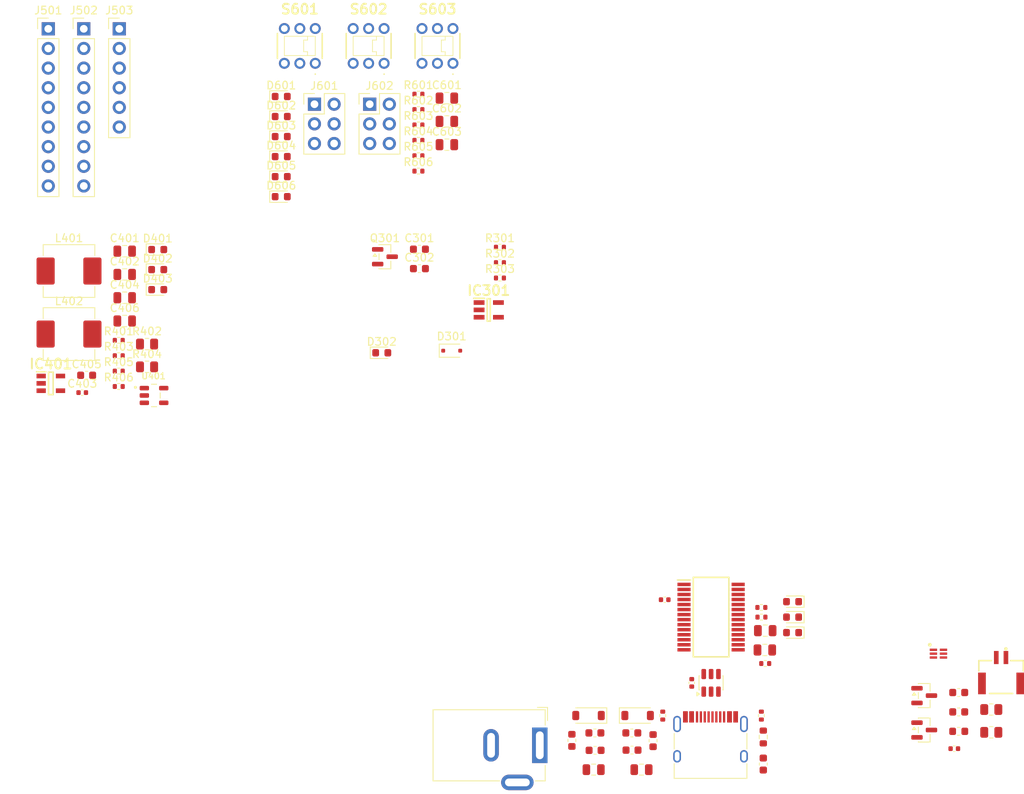
<source format=kicad_pcb>
(kicad_pcb (version 20241229) (generator "pcbnew") (generator_version "9.0")
  (layers (0 "F.Cu" signal) (2 "B.Cu" signal) (13 "F.Paste" user) (15 "B.Paste" user) (5 "F.SilkS" user "F.Silkscreen") (7 "B.SilkS" user "B.Silkscreen") (1 "F.Mask" user) (3 "B.Mask" user) (25 "Edge.Cuts" user))
  (net 0 "")
  (net 1 "+5V_IN_FUSE")
  (net 2 "GND")
  (net 3 "+5V_IN_FILT")
  (net 4 "+VCC_USB2UART_FUSE")
  (net 5 "+VCC_USB2UART_FILT")
  (net 6 "+5V_IN")
  (net 7 "VBAT")
  (net 8 "CELL+")
  (net 9 "CELL-")
  (net 10 "Net-(IC302-BAT)")
  (net 11 "+5V")
  (net 12 "+3V3")
  (net 13 "/[4]Buck Boost converter/BUCK_FB")
  (net 14 "+VIN_SWITCH")
  (net 15 "/[4]Buck Boost converter/BST_FB_5V")
  (net 16 "+3V3_FTDI")
  (net 17 "USB2UART_VBUS")
  (net 18 "GNDPWR")
  (net 19 "/[3] Battery/STAT")
  (net 20 "/[3] Battery/LED_STAT_A")
  (net 21 "/[4]Buck Boost converter/BST_SW_5V")
  (net 22 "Net-(D402-A)")
  (net 23 "Net-(D403-A)")
  (net 24 "Net-(D501-K)")
  (net 25 "Net-(D502-K)")
  (net 26 "Net-(D503-A)")
  (net 27 "Net-(D601-A)")
  (net 28 "Net-(D602-A)")
  (net 29 "Net-(R601-Pad2)")
  (net 30 "Net-(D603-A)")
  (net 31 "Net-(R602-Pad2)")
  (net 32 "Net-(D604-A)")
  (net 33 "Net-(R603-Pad2)")
  (net 34 "Net-(R604-Pad2)")
  (net 35 "+5V_BJ")
  (net 36 "/[3] Battery/PROG")
  (net 37 "Net-(IC302-V-)")
  (net 38 "Net-(IC302-COUT)")
  (net 40 "Net-(IC302-DOUT)")
  (net 41 "/[4]Buck Boost converter/BUCK_SW")
  (net 43 "/[5]USB 2 UART/RX_LED")
  (net 44 "/[5]USB 2 UART/USB2UART_D-")
  (net 45 "/[5]USB 2 UART/TEN")
  (net 46 "/[5]USB 2 UART/RXD")
  (net 47 "/[5]USB 2 UART/TX_LED")
  (net 48 "/[5]USB 2 UART/DSR")
  (net 49 "/[5]USB 2 UART/DCD")
  (net 50 "/[5]USB 2 UART/CTS")
  (net 51 "/[5]USB 2 UART/RTS")
  (net 52 "/[5]USB 2 UART/DTR")
  (net 53 "/[5]USB 2 UART/RI")
  (net 55 "/[5]USB 2 UART/TXD")
  (net 57 "/[5]USB 2 UART/PWREN")
  (net 58 "/[5]USB 2 UART/USB2UART_D+")
  (net 60 "/[5]USB 2 UART/SLEEP")
  (net 62 "VCC_FTDI")
  (net 63 "/[5]USB 2 UART/USB2UART_CONN_D-")
  (net 64 "/[5]USB 2 UART/USB2UART_CONN_CC2")
  (net 65 "/[5]USB 2 UART/USB2UART_CONN_D+")
  (net 66 "/[5]USB 2 UART/USB2UART_CONN_CC1")
  (net 67 "VCC_L")
  (net 68 "VCC_R")
  (net 69 "Net-(Q302-D)")
  (net 70 "Net-(D605-A)")
  (net 71 "Net-(D606-A)")
  (net 72 "Net-(R605-Pad2)")
  (net 73 "Net-(R606-Pad2)")
  (footprint "Capacitor_SMD:C_0805_2012Metric" (layer "F.Cu") (at 105.335 41.675)
    (property "Reference" "C602" (at 0 -1.68 0) (layer "F.SilkS"))
    (property "Value" "22uF")
    (pad "1" smd roundrect (at -0.95 0) (size 1 1.45) (layers "F.Cu" "F.Mask" "F.Paste") (net 68 "VCC_R"))
    (pad "2" smd roundrect (at 0.95 0) (size 1 1.45) (layers "F.Cu" "F.Mask" "F.Paste") (net 2 "GND"))
  )
  (footprint "Capacitor_SMD:C_0805_2012Metric" (layer "F.Cu") (at 63.675 61.465)
    (property "Reference" "C402" (at 0 -1.68 0) (layer "F.SilkS"))
    (property "Value" "22uF")
    (pad "1" smd roundrect (at -0.95 0) (size 1 1.45) (layers "F.Cu" "F.Mask" "F.Paste") (net 12 "+3V3"))
    (pad "2" smd roundrect (at 0.95 0) (size 1 1.45) (layers "F.Cu" "F.Mask" "F.Paste") (net 2 "GND"))
  )
  (footprint "Capacitor_SMD:C_0805_2012Metric" (layer "F.Cu") (at 63.675 67.485)
    (property "Reference" "C406" (at 0 -1.68 0) (layer "F.SilkS"))
    (property "Value" "22uF")
    (pad "1" smd roundrect (at -0.95 0) (size 1 1.45) (layers "F.Cu" "F.Mask" "F.Paste") (net 11 "+5V"))
    (pad "2" smd roundrect (at 0.95 0) (size 1 1.45) (layers "F.Cu" "F.Mask" "F.Paste") (net 2 "GND"))
  )
  (footprint "Connector_BarrelJack:BarrelJack_GCT_DCJ200-10-A_Horizontal" (layer "F.Cu") (at 117.35 122.35 -90)
    (property "Reference" "J201" (hide yes))
    (property "Value" "Barrel_Jack_Switch_Pin3Ring" (hide yes))
    (pad "1" thru_hole rect (at 0 0 270) (size 4.6 2) (drill oval 3.6 1) (layers "*.Cu" "*.Mask") (net 35 "+5V_BJ"))
    (pad "2" thru_hole oval (at 0 6.3 270) (size 4.2 2) (drill oval 3.2 1) (layers "*.Cu" "*.Mask") (net 2 "GND"))
    (pad "3" thru_hole oval (at 4.8 2.9 270) (size 2 4.2) (drill oval 1 3.2) (layers "*.Cu" "*.Mask") (net 2 "GND"))
  )
  (footprint "Capacitor_SMD:C_0603_1608Metric" (layer "F.Cu") (at 129.275 122.975 180)
    (property "Reference" "C203" (hide yes))
    (property "Value" "2.2uF" (hide yes))
    (pad "1" smd roundrect (at -0.775 0 180) (size 0.9 0.95) (layers "F.Cu" "F.Mask" "F.Paste") (net 4 "+VCC_USB2UART_FUSE"))
    (pad "2" smd roundrect (at 0.775 0 180) (size 0.9 0.95) (layers "F.Cu" "F.Mask" "F.Paste") (net 2 "GND"))
  )
  (footprint "Package_TO_SOT_SMD:SOT-23" (layer "F.Cu") (at 167.06 120.374)
    (property "Reference" "Q303" (hide yes))
    (property "Value" "T2N7002AK" (hide yes))
    (pad "1" smd roundrect (at -0.9375 -0.95) (size 1.475 0.6) (layers "F.Cu" "F.Mask" "F.Paste") (net 40 "Net-(IC302-DOUT)"))
    (pad "2" smd roundrect (at -0.9375 0.95) (size 1.475 0.6) (layers "F.Cu" "F.Mask" "F.Paste") (net 9 "CELL-"))
    (pad "3" smd roundrect (at 0.9375 0) (size 1.475 0.6) (layers "F.Cu" "F.Mask" "F.Paste") (net 69 "Net-(Q302-D)"))
  )
  (footprint "Resistor_SMD:R_0402_1005Metric" (layer "F.Cu") (at 133.25 118.51 90)
    (property "Reference" "R501" (hide yes))
    (property "Value" "5k1R" (hide yes))
    (pad "1" smd roundrect (at -0.51 0 90) (size 0.54 0.64) (layers "F.Cu" "F.Mask" "F.Paste") (net 66 "/[5]USB 2 UART/USB2UART_CONN_CC1"))
    (pad "2" smd roundrect (at 0.51 0 90) (size 0.54 0.64) (layers "F.Cu" "F.Mask" "F.Paste") (net 2 "GND"))
  )
  (footprint "Package_TO_SOT_SMD:SOT-23" (layer "F.Cu") (at 167.06 115.924)
    (property "Reference" "Q302" (hide yes))
    (property "Value" "T2N7002AK" (hide yes))
    (pad "1" smd roundrect (at -0.9375 -0.95) (size 1.475 0.6) (layers "F.Cu" "F.Mask" "F.Paste") (net 38 "Net-(IC302-COUT)"))
    (pad "2" smd roundrect (at -0.9375 0.95) (size 1.475 0.6) (layers "F.Cu" "F.Mask" "F.Paste") (net 2 "GND"))
    (pad "3" smd roundrect (at 0.9375 0) (size 1.475 0.6) (layers "F.Cu" "F.Mask" "F.Paste") (net 69 "Net-(Q302-D)"))
  )
  (footprint "Resistor_SMD:R_0402_1005Metric" (layer "F.Cu") (at 101.655 42.135)
    (property "Reference" "R603" (at 0 -1.17 0) (layer "F.SilkS"))
    (property "Value" "510R")
    (pad "1" smd roundrect (at -0.51 0) (size 0.54 0.64) (layers "F.Cu" "F.Mask" "F.Paste") (net 30 "Net-(D603-A)"))
    (pad "2" smd roundrect (at 0.51 0) (size 0.54 0.64) (layers "F.Cu" "F.Mask" "F.Paste") (net 33 "Net-(R603-Pad2)"))
  )
  (footprint "Connector_PinHeader_2.54mm:PinHeader_1x09_P2.54mm_Vertical" (layer "F.Cu") (at 58.385 29.705)
    (property "Reference" "J502" (at 0 -2.38 0) (layer "F.SilkS"))
    (property "Value" "Conn_01x09_Pin")
    (pad "1" thru_hole rect (at 0 0) (size 1.7 1.7) (drill 1) (layers "*.Cu" "*.Mask") (net 57 "/[5]USB 2 UART/PWREN"))
    (pad "2" thru_hole circle (at 0 2.54) (size 1.7 1.7) (drill 1) (layers "*.Cu" "*.Mask") (net 45 "/[5]USB 2 UART/TEN"))
    (pad "3" thru_hole circle (at 0 5.08) (size 1.7 1.7) (drill 1) (layers "*.Cu" "*.Mask") (net 60 "/[5]USB 2 UART/SLEEP"))
    (pad "4" thru_hole circle (at 0 7.62) (size 1.7 1.7) (drill 1) (layers "*.Cu" "*.Mask") (net 50 "/[5]USB 2 UART/CTS"))
    (pad "5" thru_hole circle (at 0 10.16) (size 1.7 1.7) (drill 1) (layers "*.Cu" "*.Mask") (net 16 "+3V3_FTDI"))
    (pad "6" thru_hole circle (at 0 12.7) (size 1.7 1.7) (drill 1) (layers "*.Cu" "*.Mask") (net 5 "+VCC_USB2UART_FILT"))
    (pad "7" thru_hole circle (at 0 15.24) (size 1.7 1.7) (drill 1) (layers "*.Cu" "*.Mask") (net 47 "/[5]USB 2 UART/TX_LED"))
    (pad "8" thru_hole circle (at 0 17.78) (size 1.7 1.7) (drill 1) (layers "*.Cu" "*.Mask") (net 2 "GND"))
    (pad "9" thru_hole circle (at 0 20.32) (size 1.7 1.7) (drill 1) (layers "*.Cu" "*.Mask") (net 43 "/[5]USB 2 UART/RX_LED"))
  )
  (footprint "LED_SMD:LED_0603_1608Metric" (layer "F.Cu") (at 96.915 71.595)
    (property "Reference" "D302" (at 0 -1.43 0) (layer "F.SilkS"))
    (property "Value" "LED")
    (pad "1" smd roundrect (at -0.7875 0) (size 0.875 0.95) (layers "F.Cu" "F.Mask" "F.Paste") (net 19 "/[3] Battery/STAT"))
    (pad "2" smd roundrect (at 0.7875 0) (size 0.875 0.95) (layers "F.Cu" "F.Mask" "F.Paste") (net 20 "/[3] Battery/LED_STAT_A"))
  )
  (footprint "LED_SMD:LED_0603_1608Metric" (layer "F.Cu") (at 150.0375 105.775 180)
    (property "Reference" "D502" (hide yes))
    (property "Value" "LED" (hide yes))
    (pad "1" smd roundrect (at -0.7875 0 180) (size 0.875 0.95) (layers "F.Cu" "F.Mask" "F.Paste") (net 25 "Net-(D502-K)"))
    (pad "2" smd roundrect (at 0.7875 0 180) (size 0.875 0.95) (layers "F.Cu" "F.Mask" "F.Paste") (net 5 "+VCC_USB2UART_FILT"))
  )
  (footprint "Resistor_SMD:R_0402_1005Metric" (layer "F.Cu") (at 146 118.51 90)
    (property "Reference" "R502" (hide yes))
    (property "Value" "5k1R" (hide yes))
    (pad "1" smd roundrect (at -0.51 0 90) (size 0.54 0.64) (layers "F.Cu" "F.Mask" "F.Paste") (net 64 "/[5]USB 2 UART/USB2UART_CONN_CC2"))
    (pad "2" smd roundrect (at 0.51 0 90) (size 0.54 0.64) (layers "F.Cu" "F.Mask" "F.Paste") (net 2 "GND"))
  )
  (footprint "Resistor_SMD:R_0402_1005Metric" (layer "F.Cu") (at 146.01 105.775)
    (property "Reference" "R505" (hide yes))
    (property "Value" "510R" (hide yes))
    (pad "1" smd roundrect (at -0.51 0) (size 0.54 0.64) (layers "F.Cu" "F.Mask" "F.Paste") (net 47 "/[5]USB 2 UART/TX_LED"))
    (pad "2" smd roundrect (at 0.51 0) (size 0.54 0.64) (layers "F.Cu" "F.Mask" "F.Paste") (net 25 "Net-(D502-K)"))
  )
  (footprint "psu:XKB5858Z" (layer "F.Cu") (at 88.32 34.167)
    (property "Reference" "S601" (at -2 -7 0) (layer "F.SilkS") (effects (font (size 1.27 1.27) (thickness 0.254))))
    (property "Value" "XKB5858-Z" (hide yes))
    (pad "1" thru_hole circle (at 0 0) (size 1.414 1.414) (drill 0.87) (layers "*.Cu" "*.Mask") (net 11 "+5V"))
    (pad "2" thru_hole circle (at -2 0) (size 1.414 1.414) (drill 0.87) (layers "*.Cu" "*.Mask") (net 67 "VCC_L"))
    (pad "3" thru_hole circle (at -4 0) (size 1.414 1.414) (drill 0.87) (layers "*.Cu" "*.Mask") (net 12 "+3V3"))
    (pad "4" thru_hole circle (at 0 -4.5) (size 1.414 1.414) (drill 0.87) (layers "*.Cu" "*.Mask") (net 29 "Net-(R601-Pad2)"))
    (pad "5" thru_hole circle (at -2 -4.5) (size 1.414 1.414) (drill 0.87) (layers "*.Cu" "*.Mask") (net 14 "+VIN_SWITCH"))
    (pad "6" thru_hole circle (at -4 -4.5) (size 1.414 1.414) (drill 0.87) (layers "*.Cu" "*.Mask") (net 31 "Net-(R602-Pad2)"))
  )
  (footprint "Resistor_SMD:R_0402_1005Metric" (layer "F.Cu") (at 101.655 40.145)
    (property "Reference" "R602" (at 0 -1.17 0) (layer "F.SilkS"))
    (property "Value" "510R")
    (pad "1" smd roundrect (at -0.51 0) (size 0.54 0.64) (layers "F.Cu" "F.Mask" "F.Paste") (net 28 "Net-(D602-A)"))
    (pad "2" smd roundrect (at 0.51 0) (size 0.54 0.64) (layers "F.Cu" "F.Mask" "F.Paste") (net 31 "Net-(R602-Pad2)"))
  )
  (footprint "Resistor_SMD:R_0805_2012Metric" (layer "F.Cu") (at 175.73 120.674)
    (property "Reference" "R305" (hide yes))
    (property "Value" "2k2R" (hide yes))
    (pad "1" smd roundrect (at -0.9125 0) (size 1.025 1.4) (layers "F.Cu" "F.Mask" "F.Paste") (roundrect_rratio 0.243902) (net 37 "Net-(IC302-V-)"))
    (pad "2" smd roundrect (at 0.9125 0) (size 1.025 1.4) (layers "F.Cu" "F.Mask" "F.Paste") (roundrect_rratio 0.243902) (net 2 "GND"))
  )
  (footprint "Fuse:Fuse_0603_1608Metric" (layer "F.Cu") (at 132 121.75 -90)
    (property "Reference" "FB202" (hide yes))
    (property "Value" "120R" (hide yes))
    (pad "1" smd roundrect (at -0.7875 0 270) (size 0.875 0.95) (layers "F.Cu" "F.Mask" "F.Paste") (net 5 "+VCC_USB2UART_FILT"))
    (pad "2" smd roundrect (at 0.7875 0 270) (size 0.875 0.95) (layers "F.Cu" "F.Mask" "F.Paste") (net 4 "+VCC_USB2UART_FUSE"))
  )
  (footprint "Resistor_SMD:R_0402_1005Metric" (layer "F.Cu") (at 62.905 75.955)
    (property "Reference" "R406" (at 0 -1.17 0) (layer "F.SilkS"))
    (property "Value" "510R")
    (pad "1" smd roundrect (at -0.51 0) (size 0.54 0.64) (layers "F.Cu" "F.Mask" "F.Paste") (net 23 "Net-(D403-A)"))
    (pad "2" smd roundrect (at 0.51 0) (size 0.54 0.64) (layers "F.Cu" "F.Mask" "F.Paste") (net 12 "+3V3"))
  )
  (footprint "Fuse:Fuse_0603_1608Metric" (layer "F.Cu") (at 171.52 120.544)
    (property "Reference" "FB301" (hide yes))
    (property "Value" "120R" (hide yes))
    (pad "1" smd roundrect (at -0.7875 0) (size 0.875 0.95) (layers "F.Cu" "F.Mask" "F.Paste") (net 8 "CELL+"))
    (pad "2" smd roundrect (at 0.7875 0) (size 0.875 0.95) (layers "F.Cu" "F.Mask" "F.Paste") (net 7 "VBAT"))
  )
  (footprint "Package_TO_SOT_SMD:SOT-23-6" (layer "F.Cu") (at 139.5 114.275 90)
    (property "Reference" "U501" (hide yes))
    (property "Value" "USBLC6-2SC6" (hide yes))
    (pad "1" smd roundrect (at -1.1375 -0.95 90) (size 1.325 0.6) (layers "F.Cu" "F.Mask" "F.Paste") (net 63 "/[5]USB 2 UART/USB2UART_CONN_D-"))
    (pad "2" smd roundrect (at -1.1375 0 90) (size 1.325 0.6) (layers "F.Cu" "F.Mask" "F.Paste") (net 2 "GND"))
    (pad "3" smd roundrect (at -1.1375 0.95 90) (size 1.325 0.6) (layers "F.Cu" "F.Mask" "F.Paste") (net 65 "/[5]USB 2 UART/USB2UART_CONN_D+"))
    (pad "4" smd roundrect (at 1.1375 0.95 90) (size 1.325 0.6) (layers "F.Cu" "F.Mask" "F.Paste") (net 58 "/[5]USB 2 UART/USB2UART_D+"))
    (pad "5" smd roundrect (at 1.1375 0 90) (size 1.325 0.6) (layers "F.Cu" "F.Mask" "F.Paste") (net 17 "USB2UART_VBUS"))
    (pad "6" smd roundrect (at 1.1375 -0.95 90) (size 1.325 0.6) (layers "F.Cu" "F.Mask" "F.Paste") (net 44 "/[5]USB 2 UART/USB2UART_D-"))
  )
  (footprint "psu:SOT95P280X145-5N" (layer "F.Cu") (at 54.125 75.55)
    (property "Reference" "IC401" (at 0 -2.5 0) (layer "F.SilkS") (effects (font (size 1.27 1.27) (thickness 0.254))))
    (property "Value" "TLV62569DBVR" (hide yes))
    (pad "1" smd rect (at -1.25 -0.95 90) (size 0.6 1.2) (layers "F.Cu" "F.Mask" "F.Paste") (net 11 "+5V"))
    (pad "2" smd rect (at -1.25 0 90) (size 0.6 1.2) (layers "F.Cu" "F.Mask" "F.Paste") (net 2 "GND"))
    (pad "3" smd rect (at -1.25 0.95 90) (size 0.6 1.2) (layers "F.Cu" "F.Mask" "F.Paste") (net 41 "/[4]Buck Boost converter/BUCK_SW"))
    (pad "4" smd rect (at 1.25 0.95 90) (size 0.6 1.2) (layers "F.Cu" "F.Mask" "F.Paste") (net 11 "+5V"))
    (pad "5" smd rect (at 1.25 -0.95 90) (size 0.6 1.2) (layers "F.Cu" "F.Mask" "F.Paste") (net 13 "/[4]Buck Boost converter/BUCK_FB"))
  )
  (footprint "Capacitor_SMD:C_0805_2012Metric" (layer "F.Cu") (at 146.5 107.525)
    (property "Reference" "C501" (hide yes))
    (property "Value" "22uF" (hide yes))
    (pad "1" smd roundrect (at -0.95 0) (size 1 1.45) (layers "F.Cu" "F.Mask" "F.Paste") (net 5 "+VCC_USB2UART_FILT"))
    (pad "2" smd roundrect (at 0.95 0) (size 1 1.45) (layers "F.Cu" "F.Mask" "F.Paste") (net 2 "GND"))
  )
  (footprint "psu:SOT95P270X145-5N" (layer "F.Cu") (at 110.75 66.05)
    (property "Reference" "IC301" (at 0 -2.5 0) (layer "F.SilkS") (effects (font (size 1.27 1.27) (thickness 0.254))))
    (property "Value" "MCP73831T-2ACI_OT" (hide yes))
    (pad "1" smd rect (at -1.25 -0.95 90) (size 0.6 1.4) (layers "F.Cu" "F.Mask" "F.Paste") (net 19 "/[3] Battery/STAT"))
    (pad "2" smd rect (at -1.25 0 90) (size 0.6 1.4) (layers "F.Cu" "F.Mask" "F.Paste") (net 2 "GND"))
    (pad "3" smd rect (at -1.25 0.95 90) (size 0.6 1.4) (layers "F.Cu" "F.Mask" "F.Paste") (net 7 "VBAT"))
    (pad "4" smd rect (at 1.25 0.95 90) (size 0.6 1.4) (layers "F.Cu" "F.Mask" "F.Paste") (net 6 "+5V_IN"))
    (pad "5" smd rect (at 1.25 -0.95 90) (size 0.6 1.4) (layers "F.Cu" "F.Mask" "F.Paste") (net 36 "/[3] Battery/PROG"))
  )
  (footprint "Fuse:Fuse_0805_2012Metric" (layer "F.Cu") (at 130.5 125.5 180)
    (property "Reference" "F202" (hide yes))
    (property "Value" "3A" (hide yes))
    (pad "1" smd roundrect (at -0.9375 0 180) (size 0.975 1.4) (layers "F.Cu" "F.Mask" "F.Paste") (net 17 "USB2UART_VBUS"))
    (pad "2" smd roundrect (at 0.9375 0 180) (size 0.975 1.4) (layers "F.Cu" "F.Mask" "F.Paste") (net 4 "+VCC_USB2UART_FUSE"))
  )
  (footprint "Capacitor_SMD:C_0805_2012Metric" (layer "F.Cu") (at 63.675 64.475)
    (property "Reference" "C404" (at 0 -1.68 0) (layer "F.SilkS"))
    (property "Value" "22uF")
    (pad "1" smd roundrect (at -0.95 0) (size 1 1.45) (layers "F.Cu" "F.Mask" "F.Paste") (net 14 "+VIN_SWITCH"))
    (pad "2" smd roundrect (at 0.95 0) (size 1 1.45) (layers "F.Cu" "F.Mask" "F.Paste") (net 2 "GND"))
  )
  (footprint "Connector_USB:USB_C_Receptacle_HRO_TYPE-C-31-M-12" (layer "F.Cu") (at 139.43 122.725)
    (property "Reference" "J505" (hide yes))
    (property "Value" "USB_C_Receptacle_USB2.0_16P" (hide yes))
    (pad "" np_thru_hole circle (at -2.89 -2.6) (size 0.65 0.65) (drill 0.65) (layers "*.Cu" "*.Mask"))
    (pad "" np_thru_hole circle (at 2.89 -2.6) (size 0.65 0.65) (drill 0.65) (layers "*.Cu" "*.Mask"))
    (pad "A1" smd rect (at -3.25 -4.045) (size 0.6 1.45) (layers "F.Cu" "F.Mask" "F.Paste") (net 2 "GND"))
    (pad "A4" smd rect (at -2.45 -4.045) (size 0.6 1.45) (layers "F.Cu" "F.Mask" "F.Paste") (net 17 "USB2UART_VBUS"))
    (pad "A5" smd rect (at -1.25 -4.045) (size 0.3 1.45) (layers "F.Cu" "F.Mask" "F.Paste") (net 66 "/[5]USB 2 UART/USB2UART_CONN_CC1"))
    (pad "A6" smd rect (at -0.25 -4.045) (size 0.3 1.45) (layers "F.Cu" "F.Mask" "F.Paste") (net 65 "/[5]USB 2 UART/USB2UART_CONN_D+"))
    (pad "A7" smd rect (at 0.25 -4.045) (size 0.3 1.45) (layers "F.Cu" "F.Mask" "F.Paste") (net 63 "/[5]USB 2 UART/USB2UART_CONN_D-"))
    (pad "A8" smd rect (at 1.25 -4.045) (size 0.3 1.45) (layers "F.Cu" "F.Mask" "F.Paste"))
    (pad "A9" smd rect (at 2.45 -4.045) (size 0.6 1.45) (layers "F.Cu" "F.Mask" "F.Paste") (net 17 "USB2UART_VBUS"))
    (pad "A12" smd rect (at 3.25 -4.045) (size 0.6 1.45) (layers "F.Cu" "F.Mask" "F.Paste") (net 2 "GND"))
    (pad "B1" smd rect (at 3.25 -4.045) (size 0.6 1.45) (layers "F.Cu" "F.Mask" "F.Paste") (net 2 "GND"))
    (pad "B4" smd rect (at 2.45 -4.045) (size 0.6 1.45) (layers "F.Cu" "F.Mask" "F.Paste") (net 17 "USB2UART_VBUS"))
    (pad "B5" smd rect (at 1.75 -4.045) (size 0.3 1.45) (layers "F.Cu" "F.Mask" "F.Paste") (net 64 "/[5]USB 2 UART/USB2UART_CONN_CC2"))
    (pad "B6" smd rect (at 0.75 -4.045) (size 0.3 1.45) (layers "F.Cu" "F.Mask" "F.Paste") (net 65 "/[5]USB 2 UART/USB2UART_CONN_D+"))
    (pad "B7" smd rect (at -0.75 -4.045) (size 0.3 1.45) (layers "F.Cu" "F.Mask" "F.Paste") (net 63 "/[5]USB 2 UART/USB2UART_CONN_D-"))
    (pad "B8" smd rect (at -1.75 -4.045) (size 0.3 1.45) (layers "F.Cu" "F.Mask" "F.Paste"))
    (pad "B9" smd rect (at -2.45 -4.045) (size 0.6 1.45) (layers "F.Cu" "F.Mask" "F.Paste") (net 17 "USB2UART_VBUS"))
    (pad "B12" smd rect (at -3.25 -4.045) (size 0.6 1.45) (layers "F.Cu" "F.Mask" "F.Paste") (net 2 "GND"))
    (pad "S1" thru_hole oval (at -4.32 -3.13) (size 1 2.1) (drill oval 0.6 1.7) (property pad_prop_heatsink) (layers "*.Cu" "*.Mask") (net 18 "GNDPWR"))
    (pad "S1" thru_hole oval (at -4.32 1.05) (size 1 1.6) (drill oval 0.6 1.2) (property pad_prop_heatsink) (layers "*.Cu" "*.Mask") (net 18 "GNDPWR"))
    (pad "S1" thru_hole oval (at 4.32 -3.13) (size 1 2.1) (drill oval 0.6 1.7) (property pad_prop_heatsink) (layers "*.Cu" "*.Mask") (net 18 "GNDPWR"))
    (pad "S1" thru_hole oval (at 4.32 1.05) (size 1 1.6) (drill oval 0.6 1.2) (property pad_prop_heatsink) (layers "*.Cu" "*.Mask") (net 18 "GNDPWR"))
  )
  (footprint "Capacitor_SMD:C_0402_1005Metric" (layer "F.Cu") (at 137 114.275 -90)
    (property "Reference" "C504" (hide yes))
    (property "Value" "100nF" (hide yes))
    (pad "1" smd roundrect (at -0.48 0 270) (size 0.56 0.62) (layers "F.Cu" "F.Mask" "F.Paste") (net 17 "USB2UART_VBUS"))
    (pad "2" smd roundrect (at 0.48 0 270) (size 0.56 0.62) (layers "F.Cu" "F.Mask" "F.Paste") (net 2 "GND"))
  )
  (footprint "psu:BM02B-GHS-TBT_1" (layer "F.Cu") (at 177 111.001)
    (property "Reference" "J301" (hide yes))
    (property "Value" "BM02B-GHS-TBT_LF__SN__N_" (hide yes))
    (pad "1" smd rect (at 0.625 0) (size 0.6 1.7) (layers "F.Cu" "F.Mask" "F.Paste") (net 9 "CELL-"))
    (pad "2" smd rect (at -0.625 0) (size 0.6 1.7) (layers "F.Cu" "F.Mask" "F.Paste") (net 8 "CELL+"))
    (pad "3" smd rect (at -2.475 3.35) (size 1 2.8) (layers "F.Cu" "F.Mask" "F.Paste"))
    (pad "4" smd rect (at 2.475 3.35) (size 1 2.8) (layers "F.Cu" "F.Mask" "F.Paste"))
  )
  (footprint "Resistor_SMD:R_0402_1005Metric" (layer "F.Cu") (at 62.905 69.985)
    (property "Reference" "R401" (at 0 -1.17 0) (layer "F.SilkS"))
    (property "Value" "100kR")
    (pad "1" smd roundrect (at -0.51 0) (size 0.54 0.64) (layers "F.Cu" "F.Mask" "F.Paste") (net 13 "/[4]Buck Boost converter/BUCK_FB"))
    (pad "2" smd roundrect (at 0.51 0) (size 0.54 0.64) (layers "F.Cu" "F.Mask" "F.Paste") (net 12 "+3V3"))
  )
  (footprint "Inductor_SMD:L_Changjiang_FXL0630" (layer "F.Cu") (at 56.475 69.175)
    (property "Reference" "L402" (at 0 -4.25 0) (layer "F.SilkS"))
    (property "Value" "15uH")
    (pad "1" smd roundrect (at -3.025 0) (size 2.35 3.5) (layers "F.Cu" "F.Mask" "F.Paste") (roundrect_rratio 0.106383) (net 41 "/[4]Buck Boost converter/BUCK_SW"))
    (pad "2" smd roundrect (at 3.025 0) (size 2.35 3.5) (layers "F.Cu" "F.Mask" "F.Paste") (roundrect_rratio 0.106383) (net 12 "+3V3"))
  )
  (footprint "Capacitor_SMD:C_0603_1608Metric" (layer "F.Cu") (at 124.5 123)
    (property "Reference" "C201" (hide yes))
    (property "Value" "2.2uF" (hide yes))
    (pad "1" smd roundrect (at -0.775 0) (size 0.9 0.95) (layers "F.Cu" "F.Mask" "F.Paste") (net 1 "+5V_IN_FUSE"))
    (pad "2" smd roundrect (at 0.775 0) (size 0.9 0.95) (layers "F.Cu" "F.Mask" "F.Paste") (net 2 "GND"))
  )
  (footprint "LED_SMD:LED_0603_1608Metric" (layer "F.Cu") (at 150.0375 103.775 180)
    (property "Reference" "D501" (hide yes))
    (property "Value" "LED" (hide yes))
    (pad "1" smd roundrect (at -0.7875 0 180) (size 0.875 0.95) (layers "F.Cu" "F.Mask" "F.Paste") (net 24 "Net-(D501-K)"))
    (pad "2" smd roundrect (at 0.7875 0 180) (size 0.875 0.95) (layers "F.Cu" "F.Mask" "F.Paste") (net 5 "+VCC_USB2UART_FILT"))
  )
  (footprint "LED_SMD:LED_0603_1608Metric" (layer "F.Cu") (at 150.0375 107.775 180)
    (property "Reference" "D503" (hide yes))
    (property "Value" "LED" (hide yes))
    (pad "1" smd roundrect (at -0.7875 0 180) (size 0.875 0.95) (layers "F.Cu" "F.Mask" "F.Paste") (net 2 "GND"))
    (pad "2" smd roundrect (at 0.7875 0 180) (size 0.875 0.95) (layers "F.Cu" "F.Mask" "F.Paste") (net 26 "Net-(D503-A)"))
  )
  (footprint "Resistor_SMD:R_0805_2012Metric" (layer "F.Cu") (at 66.565 70.465)
    (property "Reference" "R402" (at 0 -1.65 0) (layer "F.SilkS"))
    (property "Value" "1MR")
    (pad "1" smd roundrect (at -0.9125 0) (size 1.025 1.4) (layers "F.Cu" "F.Mask" "F.Paste") (roundrect_rratio 0.243902) (net 11 "+5V"))
    (pad "2" smd roundrect (at 0.9125 0) (size 1.025 1.4) (layers "F.Cu" "F.Mask" "F.Paste") (roundrect_rratio 0.243902) (net 15 "/[4]Buck Boost converter/BST_FB_5V"))
  )
  (footprint "Capacitor_SMD:C_0603_1608Metric" (layer "F.Cu") (at 171.52 115.524)
    (property "Reference" "C303" (hide yes))
    (property "Value" "2.2uF" (hide yes))
    (pad "1" smd roundrect (at -0.775 0) (size 0.9 0.95) (layers "F.Cu" "F.Mask" "F.Paste") (net 8 "CELL+"))
    (pad "2" smd roundrect (at 0.775 0) (size 0.9 0.95) (layers "F.Cu" "F.Mask" "F.Paste") (net 2 "GND"))
  )
  (footprint "psu:TPS61040DBVR" (layer "F.Cu") (at 67.47 77.115)
    (property "Reference" "U401" (at -0.06 -2.508 0) (layer "F.SilkS") (effects (font (size 0.8 0.8))))
    (property "Value" "TPS61040DBVR")
    (pad "1" smd roundrect (at -1.255 -0.95) (size 1.21 0.59) (layers "F.Cu" "F.Mask" "F.Paste") (net 21 "/[4]Buck Boost converter/BST_SW_5V"))
    (pad "2" smd roundrect (at -1.255 0) (size 1.21 0.59) (layers "F.Cu" "F.Mask" "F.Paste") (net 2 "GND"))
    (pad "3" smd roundrect (at -1.255 0.95) (size 1.21 0.59) (layers "F.Cu" "F.Mask" "F.Paste") (net 15 "/[4]Buck Boost converter/BST_FB_5V"))
    (pad "4" smd roundrect (at 1.255 0.95) (size 1.21 0.59) (layers "F.Cu" "F.Mask" "F.Paste") (net 14 "+VIN_SWITCH"))
    (pad "5" smd roundrect (at 1.255 -0.95) (size 1.21 0.59) (layers "F.Cu" "F.Mask" "F.Paste") (net 14 "+VIN_SWITCH"))
  )
  (footprint "Resistor_SMD:R_0805_2012Metric" (layer "F.Cu") (at 175.73 117.724)
    (property "Reference" "R304" (hide yes))
    (property "Value" "330R" (hide yes))
    (pad "1" smd roundrect (at -0.9125 0) (size 1.025 1.4) (layers "F.Cu" "F.Mask" "F.Paste") (roundrect_rratio 0.243902) (net 8 "CELL+"))
    (pad "2" smd roundrect (at 0.9125 0) (size 1.025 1.4) (layers "F.Cu" "F.Mask" "F.Paste") (roundrect_rratio 0.243902) (net 10 "Net-(IC302-BAT)"))
  )
  (footprint "Resistor_SMD:R_0805_2012Metric" (layer "F.Cu") (at 66.565 73.415)
    (property "Reference" "R404" (at 0 -1.65 0) (layer "F.SilkS"))
    (property "Value" "330kR")
    (pad "1" smd roundrect (at -0.9125 0) (size 1.025 1.4) (layers "F.Cu" "F.Mask" "F.Paste") (roundrect_rratio 0.243902) (net 15 "/[4]Buck Boost converter/BST_FB_5V"))
    (pad "2" smd roundrect (at 0.9125 0) (size 1.025 1.4) (layers "F.Cu" "F.Mask" "F.Paste") (roundrect_rratio 0.243902) (net 2 "GND"))
  )
  (footprint "Resistor_SMD:R_0402_1005Metric" (layer "F.Cu") (at 62.905 73.965)
    (property "Reference" "R405" (at 0 -1.17 0) (layer "F.SilkS"))
    (property "Value" "510R")
    (pad "1" smd roundrect (at -0.51 0) (size 0.54 0.64) (layers "F.Cu" "F.Mask" "F.Paste") (net 22 "Net-(D402-A)"))
    (pad "2" smd roundrect (at 0.51 0) (size 0.54 0.64) (layers "F.Cu" "F.Mask" "F.Paste") (net 11 "+5V"))
  )
  (footprint "Capacitor_SMD:C_0805_2012Metric" (layer "F.Cu") (at 146.45 110.025)
    (property "Reference" "C503" (hide yes))
    (property "Value" "22uF" (hide yes))
    (pad "1" smd roundrect (at -0.95 0) (size 1 1.45) (layers "F.Cu" "F.Mask" "F.Paste") (net 16 "+3V3_FTDI"))
    (pad "2" smd roundrect (at 0.95 0) (size 1 1.45) (layers "F.Cu" "F.Mask" "F.Paste") (net 2 "GND"))
  )
  (footprint "Resistor_SMD:R_0402_1005Metric" (layer "F.Cu") (at 101.655 48.105)
    (property "Reference" "R606" (at 0 -1.17 0) (layer "F.SilkS"))
    (property "Value" "510R")
    (pad "1" smd roundrect (at -0.51 0) (size 0.54 0.64) (layers "F.Cu" "F.Mask" "F.Paste") (net 71 "Net-(D606-A)"))
    (pad "2" smd roundrect (at 0.51 0) (size 0.54 0.64) (layers "F.Cu" "F.Mask" "F.Paste") (net 73 "Net-(R606-Pad2)"))
  )
  (footprint "Resistor_SMD:R_0402_1005Metric" (layer "F.Cu") (at 146 104.525)
    (property "Reference" "R504" (hide yes))
    (property "Value" "510R" (hide yes))
    (pad "1" smd roundrect (at -0.51 0) (size 0.54 0.64) (layers "F.Cu" "F.Mask" "F.Paste") (net 43 "/[5]USB 2 UART/RX_LED"))
    (pad "2" smd roundrect (at 0.51 0) (size 0.54 0.64) (layers "F.Cu" "F.Mask" "F.Paste") (net 24 "Net-(D501-K)"))
  )
  (footprint "Resistor_SMD:R_0402_1005Metric" (layer "F.Cu") (at 112.195 61.925)
    (property "Reference" "R303" (at 0 -1.17 0) (layer "F.SilkS"))
    (property "Value" "5k1R")
    (pad "1" smd roundrect (at -0.51 0) (size 0.54 0.64) (layers "F.Cu" "F.Mask" "F.Paste") (net 36 "/[3] Battery/PROG"))
    (pad "2" smd roundrect (at 0.51 0) (size 0.54 0.64) (layers "F.Cu" "F.Mask" "F.Paste") (net 2 "GND"))
  )
  (footprint "Resistor_SMD:R_0402_1005Metric" (layer "F.Cu") (at 112.195 59.935)
    (property "Reference" "R302" (at 0 -1.17 0) (layer "F.SilkS"))
    (property "Value" "510R")
    (pad "1" smd roundrect (at -0.51 0) (size 0.54 0.64) (layers "F.Cu" "F.Mask" "F.Paste") (net 20 "/[3] Battery/LED_STAT_A"))
    (pad "2" smd roundrect (at 0.51 0) (size 0.54 0.64) (layers "F.Cu" "F.Mask" "F.Paste") (net 6 "+5V_IN"))
  )
  (footprint "Capacitor_SMD:C_0805_2012Metric" (layer "F.Cu") (at 105.335 44.685)
    (property "Reference" "C603" (at 0 -1.68 0) (layer "F.SilkS"))
    (property "Value" "22uF")
    (pad "1" smd roundrect (at -0.95 0) (size 1 1.45) (layers "F.Cu" "F.Mask" "F.Paste") (net 62 "VCC_FTDI"))
    (pad "2" smd roundrect (at 0.95 0) (size 1 1.45) (layers "F.Cu" "F.Mask" "F.Paste") (net 2 "GND"))
  )
  (footprint "Diode_SMD:D_0603_1608Metric" (layer "F.Cu") (at 67.945 58.245)
    (property "Reference" "D401" (at 0 -1.43 0) (layer "F.SilkS"))
    (property "Value" "SS14")
    (pad "1" smd roundrect (at -0.7875 0) (size 0.875 0.95) (layers "F.Cu" "F.Mask" "F.Paste") (net 11 "+5V"))
    (pad "2" smd roundrect (at 0.7875 0) (size 0.875 0.95) (layers "F.Cu" "F.Mask" "F.Paste") (net 21 "/[4]Buck Boost converter/BST_SW_5V"))
  )
  (footprint "LED_SMD:LED_0603_1608Metric" (layer "F.Cu") (at 83.915 43.635)
    (property "Reference" "D603" (at 0 -1.43 0) (layer "F.SilkS"))
    (property "Value" "LED")
    (pad "1" smd roundrect (at -0.7875 0) (size 0.875 0.95) (layers "F.Cu" "F.Mask" "F.Paste") (net 2 "GND"))
    (pad "2" smd roundrect (at 0.7875 0) (size 0.875 0.95) (layers "F.Cu" "F.Mask" "F.Paste") (net 30 "Net-(D603-A)"))
  )
  (footprint "Capacitor_SMD:C_0603_1608Metric" (layer "F.Cu") (at 124.475 120.75)
    (property "Reference" "C202" (hide yes))
    (property "Value" "2.2uF" (hide yes))
    (pad "1" smd roundrect (at -0.775 0) (size 0.9 0.95) (layers "F.Cu" "F.Mask" "F.Paste") (net 3 "+5V_IN_FILT"))
    (pad "2" smd roundrect (at 0.775 0) (size 0.9 0.95) (layers "F.Cu" "F.Mask" "F.Paste") (net 2 "GND"))
  )
  (footprint "Connector_PinHeader_2.54mm:PinHeader_1x06_P2.54mm_Vertical" (layer "F.Cu") (at 62.975 29.705)
    (property "Reference" "J503" (at 0 -2.38 0) (layer "F.SilkS"))
    (property "Value" "Conn_01x06_Pin")
    (pad "1" thru_hole rect (at 0 0) (size 1.7 1.7) (drill 1) (layers "*.Cu" "*.Mask") (net 52 "/[5]USB 2 UART/DTR"))
    (pad "2" thru_hole circle (at 0 2.54) (size 1.7 1.7) (drill 1) (layers "*.Cu" "*.Mask") (net 46 "/[5]USB 2 UART/RXD"))
    (pad "3" thru_hole circle (at 0 5.08) (size 1.7 1.7) (drill 1) (layers "*.Cu" "*.Mask") (net 55 "/[5]USB 2 UART/TXD"))
    (pad "4" thru_hole circle (at 0 7.62) (size 1.7 1.7) (drill 1) (layers "*.Cu" "*.Mask") (net 62 "VCC_FTDI"))
    (pad "5" thru_hole circle (at 0 10.16) (size 1.7 1.7) (drill 1) (layers "*.Cu" "*.Mask") (net 50 "/[5]USB 2 UART/CTS"))
    (pad "6" thru_hole circle (at 0 12.7) (size 1.7 1.7) (drill 1) (layers "*.Cu" "*.Mask") (net 2 "GND"))
  )
  (footprint "Capacitor_SMD:C_0402_1005Metric" (layer "F.Cu") (at 58.185 76.745)
    (property "Reference" "C403" (at 0 -1.16 0) (layer "F.SilkS"))
    (property "Value" "DNP")
    (pad "1" smd roundrect (at -0.48 0) (size 0.56 0.62) (layers "F.Cu" "F.Mask" "F.Paste") (net 12 "+3V3"))
    (pad "2" smd roundrect (at 0.48 0) (size 0.56 0.62) (layers "F.Cu" "F.Mask" "F.Paste") (net 13 "/[4]Buck Boost converter/BUCK_FB"))
  )
  (footprint "Package_TO_SOT_SMD:SOT-23" (layer "F.Cu") (at 97.325 59.175)
    (property "Reference" "Q301" (at 0 -2.4 0) (layer "F.SilkS"))
    (property "Value" "DMG3415U-7")
    (pad "1" smd roundrect (at -0.9375 -0.95) (size 1.475 0.6) (layers "F.Cu" "F.Mask" "F.Paste") (net 6 "+5V_IN"))
    (pad "2" smd roundrect (at -0.9375 0.95) (size 1.475 0.6) (layers "F.Cu" "F.Mask" "F.Paste") (net 14 "+VIN_SWITCH"))
    (pad "3" smd roundrect (at 0.9375 0) (size 1.475 0.6) (layers "F.Cu" "F.Mask" "F.Paste") (net 7 "VBAT"))
  )
  (footprint "Resistor_SMD:R_0402_1005Metric" (layer "F.Cu") (at 101.655 38.155)
    (property "Reference" "R601" (at 0 -1.17 0) (layer "F.SilkS"))
    (property "Value" "510R")
    (pad "1" smd roundrect (at -0.51 0) (size 0.54 0.64) (layers "F.Cu" "F.Mask" "F.Paste") (net 27 "Net-(D601-A)"))
    (pad "2" smd roundrect (at 0.51 0) (size 0.54 0.64) (layers "F.Cu" "F.Mask" "F.Paste") (net 29 "Net-(R601-Pad2)"))
  )
  (footprint "Resistor_SMD:R_0402_1005Metric" (layer "F.Cu") (at 101.655 44.125)
    (property "Reference" "R604" (at 0 -1.17 0) (layer "F.SilkS"))
    (property "Value" "510R")
    (pad "1" smd roundrect (at -0.51 0) (size 0.54 0.64) (layers "F.Cu" "F.Mask" "F.Paste") (net 32 "Net-(D604-A)"))
    (pad "2" smd roundrect (at 0.51 0) (size 0.54 0.64) (layers "F.Cu" "F.Mask" "F.Paste") (net 34 "Net-(R604-Pad2)"))
  )
  (footprint "Resistor_SMD:R_0402_1005Metric" (layer "F.Cu") (at 112.195 57.945)
    (property "Reference" "R301" (at 0 -1.17 0) (layer "F.SilkS"))
    (property "Value" "100kR")
    (pad "1" smd roundrect (at -0.51 0) (size 0.54 0.64) (layers "F.Cu" "F.Mask" "F.Paste") (net 2 "GND"))
    (pad "2" smd roundrect (at 0.51 0) (size 0.54 0.64) (layers "F.Cu" "F.Mask" "F.Paste") (net 6 "+5V_IN"))
  )
  (footprint "Capacitor_SMD:C_0402_1005Metric" (layer "F.Cu") (at 133.5 103.525 180)
    (property "Reference" "C502" (hide yes))
    (property "Value" "100nF" (hide yes))
    (pad "1" smd roundrect (at -0.48 0 180) (size 0.56 0.62) (layers "F.Cu" "F.Mask" "F.Paste") (net 5 "+VCC_USB2UART_FILT"))
    (pad "2" smd roundrect (at 0.48 0 180) (size 0.56 0.62) (layers "F.Cu" "F.Mask" "F.Paste") (net 2 "GND"))
  )
  (footprint "Resistor_SMD:R_0402_1005Metric" (layer "F.Cu") (at 101.655 46.115)
    (property "Reference" "R605" (at 0 -1.17 0) (layer "F.SilkS"))
    (property "Value" "510R")
    (pad "1" smd roundrect (at -0.51 0) (size 0.54 0.64) (layers "F.Cu" "F.Mask" "F.Paste") (net 70 "Net-(D605-A)"))
    (pad "2" smd roundrect (at 0.51 0) (size 0.54 0.64) (layers "F.Cu" "F.Mask" "F.Paste") (net 72 "Net-(R605-Pad2)"))
  )
  (footprint "psu:XKB5858Z" (layer "F.Cu") (at 106.12 34.167)
    (property "Reference" "S603" (at -2 -7 0) (layer "F.SilkS") (effects (font (size 1.27 1.27) (thickness 0.254))))
    (property "Value" "XKB5858-Z" (hide yes))
    (pad "1" thru_hole circle (at 0 0) (size 1.414 1.414) (drill 0.87) (layers "*.Cu" "*.Mask") (net 5 "+VCC_USB2UART_FILT"))
    (pad "2" thru_hole circle (at -2 0) (size 1.414 1.414) (drill 0.87) (layers "*.Cu" "*.Mask") (net 62 "VCC_FTDI"))
    (pad "3" thru_hole circle (at -4 0) (size 1.414 1.414) (drill 0.87) (layers "*.Cu" "*.Mask") (net 16 "+3V3_FTDI"))
    (pad "4" thru_hole circle (at 0 -4.5) (size 1.414 1.414) (drill 0.87) (layers "*.Cu" "*.Mask") (net 72 "Net-(R605-Pad2)"))
    (pad "5" thru_hole circle (at -2 -4.5) (size 1.414 1.414) (drill 0.87) (layers "*.Cu" "*.Mask") (net 5 "+VCC_USB2UART_FILT"))
    (pad "6" thru_hole circle (at -4 -4.5) (size 1.414 1.414) (drill 0.87) (layers "*.Cu" "*.Mask") (net 73 "Net-(R606-Pad2)"))
  )
  (footprint "Capacitor_SMD:C_0603_1608Metric" (layer "F.Cu") (at 58.755 74.505)
    (property "Reference" "C405" (at 0 -1.43 0) (layer "F.SilkS"))
    (property "Value" "30pF")
    (pad "1" smd roundrect (at -0.775 0) (size 0.9 0.95) (layers "F.Cu" "F.Mask" "F.Paste") (net 11 "+5V"))
    (pad "2" smd roundrect (at 0.775 0) (size 0.9 0.95) (layers "F.Cu" "F.Mask" "F.Paste") (net 15 "/[4]Buck Boost converter/BST_FB_5V"))
  )
  (footprint "Diode_SMD:D_SOD-123" (layer "F.Cu") (at 130 118.5)
    (property "Reference" "D202" (hide yes))
    (property "Value" "1N5819HW-7-F" (hide yes))
    (pad "1" smd roundrect (at -1.65 0) (size 0.9 1.2) (layers "F.Cu" "F.Mask" "F.Paste") (net 6 "+5V_IN"))
    (pad "2" smd roundrect (at 1.65 0) (size 0.9 1.2) (layers "F.Cu" "F.Mask" "F.Paste") (net 5 "+VCC_USB2UART_FILT"))
  )
  (footprint "LED_SMD:LED_0603_1608Metric" (layer "F.Cu") (at 83.915 38.455)
    (property "Reference" "D601" (at 0 -1.43 0) (layer "F.SilkS"))
    (property "Value" "LED")
    (pad "1" smd roundrect (at -0.7875 0) (size 0.875 0.95) (layers "F.Cu" "F.Mask" "F.Paste") (net 2 "GND"))
    (pad "2" smd roundrect (at 0.7875 0) (size 0.875 0.95) (layers "F.Cu" "F.Mask" "F.Paste") (net 27 "Net-(D601-A)"))
  )
  (footprint "Capacitor_SMD:C_0603_1608Metric" (layer "F.Cu") (at 146.25 124.775 -90)
    (property "Reference" "C505" (hide yes))
    (property "Value" "1nF" (hide yes))
    (pad "1" smd roundrect (at -0.775 0 270) (size 0.9 0.95) (layers "F.Cu" "F.Mask" "F.Paste") (net 18 "GNDPWR"))
    (pad "2" smd roundrect (at 0.775 0 270) (size 0.9 0.95) (layers "F.Cu" "F.Mask" "F.Paste") (net 2 "GND"))
  )
  (footprint "Capacitor_SMD:C_0603_1608Metric" (layer "F.Cu") (at 101.785 58.205)
    (property "Reference" "C301" (at 0 -1.43 0) (layer "F.SilkS"))
    (property "Value" "22uF")
    (pad "1" smd roundrect (at -0.775 0) (size 0.9 0.95) (layers "F.Cu" "F.Mask" "F.Paste") (net 6 "+5V_IN"))
    (pad "2" smd roundrect (at 0.775 0) (size 0.9 0.95) (layers "F.Cu" "F.Mask" "F.Paste") (net 2 "GND"))
  )
  (footprint "Connector_PinHeader_2.54mm:PinHeader_2x03_P2.54mm_Vertical" (layer "F.Cu") (at 95.355 39.455)
    (property "Reference" "J602" (at 1.27 -2.38 0) (layer "F.SilkS"))
    (property "Value" "Conn_02x03_Odd_Even")
    (pad "1" thru_hole rect (at 0 0) (size 1.7 1.7) (drill 1) (layers "*.Cu" "*.Mask") (net 68 "VCC_R"))
    (pad "2" thru_hole circle (at 2.54 0) (size 1.7 1.7) (drill 1) (layers "*.Cu" "*.Mask") (net 2 "GND"))
    (pad "3" thru_hole circle (at 0 2.54) (size 1.7 1.7) (drill 1) (layers "*.Cu" "*.Mask") (net 68 "VCC_R"))
    (pad "4" thru_hole circle (at 2.54 2.54) (size 1.7 1.7) (drill 1) (layers "*.Cu" "*.Mask") (net 2 "GND"))
    (pad "5" thru_hole circle (at 0 5.08) (size 1.7 1.7) (drill 1) (layers "*.Cu" "*.Mask") (net 68 "VCC_R"))
    (pad "6" thru_hole circle (at 2.54 5.08) (size 1.7 1.7) (drill 1) (layers "*.Cu" "*.Mask") (net 2 "GND"))
  )
  (footprint "LED_SMD:LED_0603_1608Metric" (layer "F.Cu") (at 83.915 48.815)
    (property "Reference" "D605" (at 0 -1.43 0) (layer "F.SilkS"))
    (property "Value" "LED")
    (pad "1" smd roundrect (at -0.7875 0) (size 0.875 0.95) (layers "F.Cu" "F.Mask" "F.Paste") (net 2 "GND"))
    (pad "2" smd roundrect (at 0.7875 0) (size 0.875 0.95) (layers "F.Cu" "F.Mask" "F.Paste") (net 70 "Net-(D605-A)"))
  )
  (footprint "Inductor_SMD:L_Changjiang_FXL0630" (layer "F.Cu") (at 56.475 61.025)
    (property "Reference" "L401" (at 0 -4.25 0) (layer "F.SilkS"))
    (property "Value" "10uH")
    (pad "1" smd roundrect (at -3.025 0) (size 2.35 3.5) (layers "F.Cu" "F.Mask" "F.Paste") (roundrect_rratio 0.106383) (net 14 "+VIN_SWITCH"))
    (pad "2" smd roundrect (at 3.025 0) (size 2.35 3.5) (layers "F.Cu" "F.Mask" "F.Paste") (roundrect_rratio 0.106383) (net 21 "/[4]Buck Boost converter/BST_SW_5V"))
  )
  (footprint "LED_SMD:LED_0603_1608Metric" (layer "F.Cu") (at 83.915 51.405)
    (property "Reference" "D606" (at 0 -1.43 0) (layer "F.SilkS"))
    (property "Value" "LED")
    (pad "1" smd roundrect (at -0.7875 0) (size 0.875 0.95) (layers "F.Cu" "F.Mask" "F.Paste") (net 2 "GND"))
    (pad "2" smd roundrect (at 0.7875 0) (size 0.875 0.95) (layers "F.Cu" "F.Mask" "F.Paste") (net 71 "Net-(D606-A)"))
  )
  (footprint "Diode_SMD:D_SOD-323F" (layer "F.Cu") (at 105.96 71.325)
    (property "Reference" "D301" (at 0 -1.85 0) (layer "F.SilkS"))
    (property "Value" "PMEG1030EJ,115")
    (pad "1" smd roundrect (at -1.1 0) (size 0.5 0.5) (layers "F.Cu" "F.Mask" "F.Paste") (net 14 "+VIN_SWITCH"))
    (pad "2" smd roundrect (at 1.1 0) (size 0.5 0.5) (layers "F.Cu" "F.Mask" "F.Paste") (net 6 "+5V_IN"))
  )
  (footprint "Connector_PinHeader_2.54mm:PinHeader_2x03_P2.54mm_Vertical" (layer "F.Cu") (at 88.215 39.455)
    (property "Reference" "J601" (at 1.27 -2.38 0) (layer "F.SilkS"))
    (property "Value" "Conn_02x03_Odd_Even")
    (pad "1" thru_hole rect (at 0 0) (size 1.7 1.7) (drill 1) (layers "*.Cu" "*.Mask") (net 67 "VCC_L"))
    (pad "2" thru_hole circle (at 2.54 0) (size 1.7 1.7) (drill 1) (layers "*.Cu" "*.Mask") (net 2 "GND"))
    (pad "3" thru_hole circle (at 0 2.54) (size 1.7 1.7) (drill 1) (layers "*.Cu" "*.Mask") (net 67 "VCC_L"))
    (pad "4" thru_hole circle (at 2.54 2.54) (size 1.7 1.7) (drill 1) (layers "*.Cu" "*.Mask") (net 2 "GND"))
    (pad "5" thru_hole circle (at 0 5.08) (size 1.7 1.7) (drill 1) (layers "*.Cu" "*.Mask") (net 67 "VCC_L"))
    (pad "6" thru_hole circle (at 2.54 5.08) (size 1.7 1.7) (drill 1) (layers "*.Cu" "*.Mask") (net 2 "GND"))
  )
  (footprint "Capacitor_SMD:C_0402_1005Metric" (layer "F.Cu") (at 170.95 122.784)
    (property "Reference" "C305" (hide yes))
    (property "Value" "100nF" (hide yes))
    (pad "1" smd roundrect (at -0.48 0) (size 0.56 0.62) (layers "F.Cu" "F.Mask" "F.Paste") (net 10 "Net-(IC302-BAT)"))
    (pad "2" smd roundrect (at 0.48 0) (size 0.56 0.62) (layers "F.Cu" "F.Mask" "F.Paste") (net 9 "CELL-"))
  )
  (footprint "LED_SMD:LED_0603_1608Metric" (layer "F.Cu") (at 67.945 63.425)
    (property "Reference" "D403" (at 0 -1.43 0) (layer "F.SilkS"))
    (property "Value" "LED")
    (pad "1" smd roundrect (at -0.7875 0) (size 0.875 0.95) (layers "F.Cu" "F.Mask" "F.Paste") (net 2 "GND"))
    (pad "2" smd roundrect (at 0.7875 0) (size 0.875 0.95) (layers "F.Cu" "F.Mask" "F.Paste") (net 23 "Net-(D403-A)"))
  )
  (footprint "psu:XKB5858Z" (layer "F.Cu") (at 97.22 34.167)
    (property "Reference" "S602" (at -2 -7 0) (layer "F.SilkS") (effects (font (size 1.27 1.27) (thickness 0.254))))
    (property "Value" "XKB5858-Z" (hide yes))
    (pad "1" thru_hole circle (at 0 0) (size 1.414 1.414) (drill 0.87) (layers "*.Cu" "*.Mask") (net 11 "+5V"))
    (pad "2" thru_hole circle (at -2 0) (size 1.414 1.414) (drill 0.87) (layers "*.Cu" "*.Mask") (net 68 "VCC_R"))
    (pad "3" thru_hole circle (at -4 0) (size 1.414 1.414) (drill 0.87) (layers "*.Cu" "*.Mask") (net 12 "+3V3"))
    (pad "4" thru_hole circle (at 0 -4.5) (size 1.414 1.414) (drill 0.87) (layers "*.Cu" "*.Mask") (net 33 "Net-(R603-Pad2)"))
    (pad "5" thru_hole circle (at -2 -4.5) (size 1.414 1.414) (drill 0.87) (layers "*.Cu" "*.Mask") (net 14 "+VIN_SWITCH"))
    (pad "6" thru_hole circle (at -4 -4.5) (size 1.414 1.414) (drill 0.87) (layers "*.Cu" "*.Mask") (net 34 "Net-(R604-Pad2)"))
  )
  (footprint "Capacitor_SMD:C_0805_2012Metric" (layer "F.Cu") (at 105.335 38.665)
    (property "Reference" "C601" (at 0 -1.68 0) (layer "F.SilkS"))
    (property "Value" "22uF")
    (pad "1" smd roundrect (at -0.95 0) (size 1 1.45) (layers "F.Cu" "F.Mask" "F.Paste") (net 67 "VCC_L"))
    (pad "2" smd roundrect (at 0.95 0) (size 1 1.45) (layers "F.Cu" "F.Mask" "F.Paste") (net 2 "GND"))
  )
  (footprint "Capacitor_SMD:C_0603_1608Metric" (layer "F.Cu") (at 171.52 118.034)
    (property "Reference" "C304" (hide yes))
    (property "Value" "2.2uF" (hide yes))
    (pad "1" smd roundrect (at -0.775 0) (size 0.9 0.95) (layers "F.Cu" "F.Mask" "F.Paste") (net 7 "VBAT"))
    (pad "2" smd roundrect (at 0.775 0) (size 0.9 0.95) (layers "F.Cu" "F.Mask" "F.Paste") (net 2 "GND"))
  )
  (footprint "Capacitor_SMD:C_0805_2012Metric" (layer "F.Cu") (at 63.675 58.455)
    (property "Reference" "C401" (at 0 -1.68 0) (layer "F.SilkS"))
    (property "Value" "22uF")
    (pad "1" smd roundrect (at -0.95 0) (size 1 1.45) (layers "F.Cu" "F.Mask" "F.Paste") (net 11 "+5V"))
    (pad "2" smd roundrect (at 0.95 0) (size 1 1.45) (layers "F.Cu" "F.Mask" "F.Paste") (net 2 "GND"))
  )
  (footprint "Resistor_SMD:R_0402_1005Metric" (layer "F.Cu") (at 146.5 111.775 180)
    (property "Reference" "R503" (hide yes))
    (property "Value" "510R" (hide yes))
    (pad "1" smd roundrect (at -0.51 0 180) (size 0.54 0.64) (layers "F.Cu" "F.Mask" "F.Paste") (net 26 "Net-(D503-A)"))
    (pad "2" smd roundrect (at 0.51 0 180) (size 0.54 0.64) (layers "F.Cu" "F.Mask" "F.Paste") (net 16 "+3V3_FTDI"))
  )
  (footprint "Resistor_SMD:R_0402_1005Metric" (layer "F.Cu") (at 62.905 71.975)
    (property "Reference" "R403" (at 0 -1.17 0) (layer "F.SilkS"))
    (property "Value" "22kR")
    (pad "1" smd roundrect (at -0.51 0) (size 0.54 0.64) (layers "F.Cu" "F.Mask" "F.Paste") (net 2 "GND"))
    (pad "2" smd roundrect (at 0.51 0) (size 0.54 0.64) (layers "F.Cu" "F.Mask" "F.Paste") (net 13 "/[4]Buck Boost converter/BUCK_FB"))
  )
  (footprint "Resistor_SMD:R_0603_1608Metric" (layer "F.Cu") (at 146.25 121.275 90)
    (property "Reference" "R506" (hide yes))
    (property "Value" "DNP, 1MR" (hide yes))
    (pad "1" smd roundrect (at -0.825 0 90) (size 0.8 0.95) (layers "F.Cu" "F.Mask" "F.Paste") (net 18 "GNDPWR"))
    (pad "2" smd roundrect (at 0.825 0 90) (size 0.8 0.95) (layers "F.Cu" "F.Mask" "F.Paste") (net 2 "GND"))
  )
  (footprint "Capacitor_SMD:C_0603_1608Metric" (layer "F.Cu") (at 129.25 120.75 180)
    (property "Reference" "C204" (hide yes))
    (property "Value" "2.2uF" (hide yes))
    (pad "1" smd roundrect (at -0.775 0 180) (size 0.9 0.95) (layers "F.Cu" "F.Mask" "F.Paste") (net 5 "+VCC_USB2UART_FILT"))
    (pad "2" smd roundrect (at 0.775 0 180) (size 0.9 0.95) (layers "F.Cu" "F.Mask" "F.Paste") (net 2 "GND"))
  )
  (footprint "Fuse:Fuse_0805_2012Metric" (layer "F.Cu") (at 124.3125 125.5)
    (property "Reference" "F201" (hide yes))
    (property "Value" "3A" (hide yes))
    (pad "1" smd roundrect (at -0.9375 0) (size 0.975 1.4) (layers "F.Cu" "F.Mask" "F.Paste") (net 35 "+5V_BJ"))
    (pad "2" smd roundrect (at 0.9375 0) (size 0.975 1.4) (layers "F.Cu" "F.Mask" "F.Paste") (net 1 "+5V_IN_FUSE"))
  )
  (footprint "LED_SMD:LED_0603_1608Metric" (layer "F.Cu") (at 67.945 60.835)
    (property "Reference" "D402" (at 0 -1.43 0) (layer "F.SilkS"))
    (property "Value" "LED")
    (pad "1" smd roundrect (at -0.7875 0) (size 0.875 0.95) (layers "F.Cu" "F.Mask" "F.Paste") (net 2 "GND"))
    (pad "2" smd roundrect (at 0.7875 0) (size 0.875 0.95) (layers "F.Cu" "F.Mask" "F.Paste") (net 22 "Net-(D402-A)"))
  )
  (footprint "LED_SMD:LED_0603_1608Metric" (layer "F.Cu") (at 83.915 41.045)
    (property "Reference" "D602" (at 0 -1.43 0) (layer "F.SilkS"))
    (property "Value" "LED")
    (pad "1" smd roundrect (at -0.7875 0) (size 0.875 0.95) (layers "F.Cu" "F.Mask" "F.Paste") (net 2 "GND"))
    (pad "2" smd roundrect (at 0.7875 0) (size 0.875 0.95) (layers "F.Cu" "F.Mask" "F.Paste") (net 28 "Net-(D602-A)"))
  )
  (footprint "Diode_SMD:D_SOD-123" (layer "F.Cu") (at 123.65 118.5 180)
    (property "Reference" "D201" (hide yes))
    (property "Value" "1N5819HW-7-F" (hide yes))
    (pad "1" smd roundrect (at -1.65 0 180) (size 0.9 1.2) (layers "F.Cu" "F.Mask" "F.Paste") (net 6 "+5V_IN"))
    (pad "2" smd roundrect (at 1.65 0 180) (size 0.9 1.2) (layers "F.Cu" "F.Mask" "F.Paste") (net 3 "+5V_IN_FILT"))
  )
  (footprint "LED_SMD:LED_0603_1608Metric" (layer "F.Cu") (at 83.915 46.225)
    (property "Reference" "D604" (at 0 -1.43 0) (layer "F.SilkS"))
    (property "Value" "LED")
    (pad "1" smd roundrect (at -0.7875 0) (size 0.875 0.95) (layers "F.Cu" "F.Mask" "F.Paste") (net 2 "GND"))
    (pad "2" smd roundrect (at 0.7875 0) (size 0.875 0.95) (layers "F.Cu" "F.Mask" "F.Paste") (net 32 "Net-(D604-A)"))
  )
  (footprint "Fuse:Fuse_0603_1608Metric" (layer "F.Cu") (at 121.5 121.7125 -90)
    (property "Reference" "FB201" (hide yes))
    (property "Value" "120R" (hide yes))
    (pad "1" smd roundrect (at -0.7875 0 270) (size 0.875 0.95) (layers "F.Cu" "F.Mask" "F.Paste") (net 3 "+5V_IN_FILT"))
    (pad "2" smd roundrect (at 0.7875 0 270) (size 0.875 0.95) (layers "F.Cu" "F.Mask" "F.Paste") (net 1 "+5V_IN_FUSE"))
  )
  (footprint "Capacitor_SMD:C_0603_1608Metric" (layer "F.Cu") (at 101.785 60.715)
    (property "Reference" "C302" (at 0 -1.43 0) (layer "F.SilkS"))
    (property "Value" "22uF")
    (pad "1" smd roundrect (at -0.775 0) (size 0.9 0.95) (layers "F.Cu" "F.Mask" "F.Paste") (net 7 "VBAT"))
    (pad "2" smd roundrect (at 0.775 0) (size 0.9 0.95) (layers "F.Cu" "F.Mask" "F.Paste") (net 2 "GND"))
  )
  (footprint "psu:SON50P150X150X80-6N" (layer "F.Cu") (at 168.9 110.5)
    (property "Reference" "IC302" (hide yes))
    (property "Value" "BQ29737DSER" (hide yes))
    (pad "1" smd rect (at -0.65 -0.5 90) (size 0.3 0.95) (layers "F.Cu" "F.Mask" "F.Paste"))
    (pad "2" smd rect (at -0.65 0 90) (size 0.3 0.95) (layers "F.Cu" "F.Mask" "F.Paste") (net 38 "Net-(IC302-COUT)"))
    (pad "3" smd rect (at -0.65 0.5 90) (size 0.3 0.95) (layers "F.Cu" "F.Mask" "F.Paste") (net 40 "Net-(IC302-DOUT)"))
    (pad "4" smd rect (at 0.65 0.5 90) (size 0.3 0.95) (layers "F.Cu" "F.Mask" "F.Paste") (net 9 "CELL-"))
    (pad "5" smd rect (at 0.65 0 90) (size 0.3 0.95) (layers "F.Cu" "F.Mask" "F.Paste") (net 10 "Net-(IC302-BAT)"))
    (pad "6" smd rect (at 0.65 -0.5 90) (size 0.3 0.95) (layers "F.Cu" "F.Mask" "F.Paste") (net 37 "Net-(IC302-V-)"))
  )
  (footprint "Connector_PinHeader_2.54mm:PinHeader_1x09_P2.54mm_Vertical" (layer "F.Cu") (at 53.795 29.705)
    (property "Reference" "J501" (at 0 -2.38 0) (layer "F.SilkS"))
    (property "Value" "Conn_01x09_Pin")
    (pad "1" thru_hole rect (at 0 0) (size 1.7 1.7) (drill 1) (layers "*.Cu" "*.Mask") (net 55 "/[5]USB 2 UART/TXD"))
    (pad "2" thru_hole circle (at 0 2.54) (size 1.7 1.7) (drill 1) (layers "*.Cu" "*.Mask") (net 52 "/[5]USB 2 UART/DTR"))
    (pad "3" thru_hole circle (at 0 5.08) (size 1.7 1.7) (drill 1) (layers "*.Cu" "*.Mask") (net 51 "/[5]USB 2 UART/RTS"))
    (pad "4" thru_hole circle (at 0 7.62) (size 1.7 1.7) (drill 1) (layers "*.Cu" "*.Mask") (net 62 "VCC_FTDI"))
    (pad "5" thru_hole circle (at 0 10.16) (size 1.7 1.7) (drill 1) (layers "*.Cu" "*.Mask") (net 46 "/[5]USB 2 UART/RXD"))
    (pad "6" thru_hole circle (at 0 12.7) (size 1.7 1.7) (drill 1) (layers "*.Cu" "*.Mask") (net 53 "/[5]USB 2 UART/RI"))
    (pad "7" thru_hole circle (at 0 15.24) (size 1.7 1.7) (drill 1) (layers "*.Cu" "*.Mask") (net 2 "GND"))
    (pad "8" thru_hole circle (at 0 17.78) (size 1.7 1.7) (drill 1) (layers "*.Cu" "*.Mask") (net 48 "/[5]USB 2 UART/DSR"))
    (pad "9" thru_hole circle (at 0 20.32) (size 1.7 1.7) (drill 1) (layers "*.Cu" "*.Mask") (net 49 "/[5]USB 2 UART/DCD"))
  )
  (footprint "psu:SOP65P778X200-28N" (layer "F.Cu") (at 139.5 105.775)
    (property "Reference" "IC501" (hide yes))
    (property "Value" "FT232RL-REEL" (hide yes))
    (pad "1" smd rect (at -3.5 -4.225 90) (size 0.45 1.7) (layers "F.Cu" "F.Mask" "F.Paste") (net 55 "/[5]USB 2 UART/TXD"))
    (pad "2" smd rect (at -3.5 -3.575 90) (size 0.45 1.7) (layers "F.Cu" "F.Mask" "F.Paste") (net 52 "/[5]USB 2 UART/DTR"))
    (pad "3" smd rect (at -3.5 -2.925 90) (size 0.45 1.7) (layers "F.Cu" "F.Mask" "F.Paste") (net 51 "/[5]USB 2 UART/RTS"))
    (pad "4" smd rect (at -3.5 -2.275 90) (size 0.45 1.7) (layers "F.Cu" "F.Mask" "F.Paste") (net 5 "+VCC_USB2UART_FILT"))
    (pad "5" smd rect (at -3.5 -1.625 90) (size 0.45 1.7) (layers "F.Cu" "F.Mask" "F.Paste") (net 46 "/[5]USB 2 UART/RXD"))
    (pad "6" smd rect (at -3.5 -0.975 90) (size 0.45 1.7) (layers "F.Cu" "F.Mask" "F.Paste") (net 53 "/[5]USB 2 UART/RI"))
    (pad "7" smd rect (at -3.5 -0.325 90) (size 0.45 1.7) (layers "F.Cu" "F.Mask" "F.Paste") (net 2 "GND"))
    (pad "8" smd rect (at -3.5 0.325 90) (size 0.45 1.7) (layers "F.Cu" "F.Mask" "F.Paste"))
    (pad "9" smd rect (at -3.5 0.975 90) (size 0.45 1.7) (layers "F.Cu" "F.Mask" "F.Paste") (net 48 "/[5]USB 2 UART/DSR"))
    (pad "10" smd rect (at -3.5 1.625 90) (size 0.45 1.7) (layers "F.Cu" "F.Mask" "F.Paste") (net 49 "/[5]USB 2 UART/DCD"))
    (pad "11" smd rect (at -3.5 2.275 90) (size 0.45 1.7) (layers "F.Cu" "F.Mask" "F.Paste") (net 50 "/[5]USB 2 UART/CTS"))
    (pad "12" smd rect (at -3.5 2.925 90) (size 0.45 1.7) (layers "F.Cu" "F.Mask" "F.Paste") (net 60 "/[5]USB 2 UART/SLEEP"))
    (pad "13" smd rect (at -3.5 3.575 90) (size 0.45 1.7) (layers "F.Cu" "F.Mask" "F.Paste") (net 45 "/[5]USB 2 UART/TEN"))
    (pad "14" smd rect (at -3.5 4.225 90) (size 0.45 1.7) (layers "F.Cu" "F.Mask" "F.Paste") (net 57 "/[5]USB 2 UART/PWREN"))
    (pad "15" smd rect (at 3.5 4.225 90) (size 0.45 1.7) (layers "F.Cu" "F.Mask" "F.Paste") (net 58 "/[5]USB 2 UART/USB2UART_D+"))
    (pad "16" smd rect (at 3.5 3.575 90) (size 0.45 1.7) (layers "F.Cu" "F.Mask" "F.Paste") (net 44 "/[5]USB 2 UART/USB2UART_D-"))
    (pad "17" smd rect (at 3.5 2.925 90) (size 0.45 1.7) (layers "F.Cu" "F.Mask" "F.Paste") (net 16 "+3V3_FTDI"))
    (pad "18" smd rect (at 3.5 2.275 90) (size 0.45 1.7) (layers "F.Cu" "F.Mask" "F.Paste") (net 2 "GND"))
    (pad "19" smd rect (at 3.5 1.625 90) (size 0.45 1.7) (layers "F.Cu" "F.Mask" "F.Paste"))
    (pad "20" smd rect (at 3.5 0.975 90) (size 0.45 1.7) (layers "F.Cu" "F.Mask" "F.Paste") (net 5 "+VCC_USB2UART_FILT"))
    (pad "21" smd rect (at 3.5 0.325 90) (size 0.45 1.7) (layers "F.Cu" "F.Mask" "F.Paste") (net 2 "GND"))
    (pad "22" smd rect (at 3.5 -0.325 90) (size 0.45 1.7) (layers "F.Cu" "F.Mask" "F.Paste") (net 47 "/[5]USB 2 UART/TX_LED"))
    (pad "23" smd rect (at 3.5 -0.975 90) (size 0.45 1.7) (layers "F.Cu" "F.Mask" "F.Paste") (net 43 "/[5]USB 2 UART/RX_LED"))
    (pad "24" smd rect (at 3.5 -1.625 90) (size 0.45 1.7) (layers "F.Cu" "F.Mask" "F.Paste"))
    (pad "25" smd rect (at 3.5 -2.275 90) (size 0.45 1.7) (layers "F.Cu" "F.Mask" "F.Paste") (net 2 "GND"))
    (pad "26" smd rect (at 3.5 -2.925 90) (size 0.45 1.7) (layers "F.Cu" "F.Mask" "F.Paste") (net 2 "GND"))
    (pad "27" smd rect (at 3.5 -3.575 90) (size 0.45 1.7) (layers "F.Cu" "F.Mask" "F.Paste"))
    (pad "28" smd rect (at 3.5 -4.225 90) (size 0.45 1.7) (layers "F.Cu" "F.Mask" "F.Paste"))
  )
)
</source>
